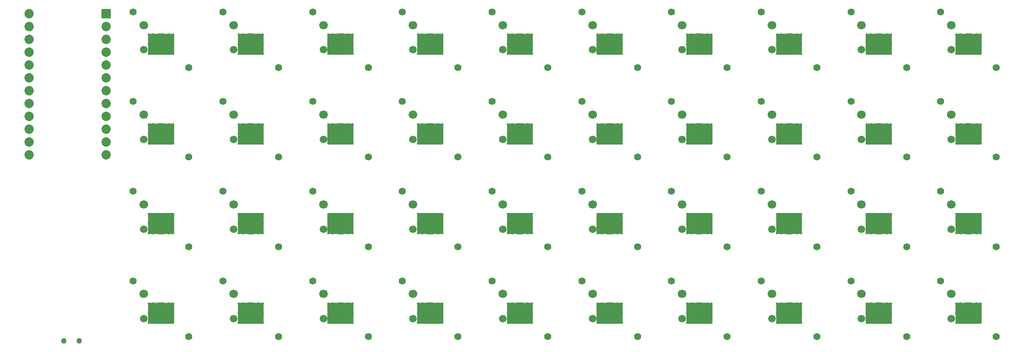
<source format=gbr>
%TF.GenerationSoftware,KiCad,Pcbnew,(6.0.4)*%
%TF.CreationDate,2022-11-13T15:40:53-05:00*%
%TF.ProjectId,crepe,63726570-652e-46b6-9963-61645f706362,v1.0.0*%
%TF.SameCoordinates,Original*%
%TF.FileFunction,Soldermask,Bot*%
%TF.FilePolarity,Negative*%
%FSLAX46Y46*%
G04 Gerber Fmt 4.6, Leading zero omitted, Abs format (unit mm)*
G04 Created by KiCad (PCBNEW (6.0.4)) date 2022-11-13 15:40:53*
%MOMM*%
%LPD*%
G01*
G04 APERTURE LIST*
G04 Aperture macros list*
%AMRoundRect*
0 Rectangle with rounded corners*
0 $1 Rounding radius*
0 $2 $3 $4 $5 $6 $7 $8 $9 X,Y pos of 4 corners*
0 Add a 4 corners polygon primitive as box body*
4,1,4,$2,$3,$4,$5,$6,$7,$8,$9,$2,$3,0*
0 Add four circle primitives for the rounded corners*
1,1,$1+$1,$2,$3*
1,1,$1+$1,$4,$5*
1,1,$1+$1,$6,$7*
1,1,$1+$1,$8,$9*
0 Add four rect primitives between the rounded corners*
20,1,$1+$1,$2,$3,$4,$5,0*
20,1,$1+$1,$4,$5,$6,$7,0*
20,1,$1+$1,$6,$7,$8,$9,0*
20,1,$1+$1,$8,$9,$2,$3,0*%
G04 Aperture macros list end*
%ADD10O,0.400000X4.200000*%
%ADD11O,5.200000X0.400000*%
%ADD12O,2.100000X4.200000*%
%ADD13C,1.400000*%
%ADD14O,5.200000X4.200000*%
%ADD15C,1.700000*%
%ADD16C,1.500000*%
%ADD17RoundRect,0.050000X-0.876300X-0.876300X0.876300X-0.876300X0.876300X0.876300X-0.876300X0.876300X0*%
%ADD18C,1.852600*%
%ADD19C,1.100000*%
G04 APERTURE END LIST*
D10*
%TO.C,S1*%
X15350000Y-912500D03*
D11*
X17750000Y-2812500D03*
D12*
X16200000Y-912500D03*
D13*
X23249992Y-5512336D03*
D11*
X17750000Y987500D03*
D14*
X17750000Y-912500D03*
D12*
X19300000Y-912500D03*
D10*
X20150000Y-912500D03*
D13*
X12249992Y5487664D03*
D15*
X14349992Y2887664D03*
D16*
X14349992Y-2012336D03*
%TD*%
D10*
%TO.C,S2*%
X15350000Y16837500D03*
D11*
X17750000Y14937500D03*
D12*
X16200000Y16837500D03*
D13*
X23249992Y12237664D03*
D11*
X17750000Y18737500D03*
D14*
X17750000Y16837500D03*
D12*
X19300000Y16837500D03*
D10*
X20150000Y16837500D03*
D13*
X12249992Y23237664D03*
D15*
X14349992Y20637664D03*
D16*
X14349992Y15737664D03*
%TD*%
D10*
%TO.C,S3*%
X15350000Y34587500D03*
D11*
X17750000Y32687500D03*
D12*
X16200000Y34587500D03*
D13*
X23249992Y29987664D03*
D11*
X17750000Y36487500D03*
D14*
X17750000Y34587500D03*
D12*
X19300000Y34587500D03*
D10*
X20150000Y34587500D03*
D13*
X12249992Y40987664D03*
D15*
X14349992Y38387664D03*
D16*
X14349992Y33487664D03*
%TD*%
D10*
%TO.C,S4*%
X15350000Y52337500D03*
D11*
X17750000Y50437500D03*
D12*
X16200000Y52337500D03*
D13*
X23249992Y47737664D03*
D11*
X17750000Y54237500D03*
D14*
X17750000Y52337500D03*
D12*
X19300000Y52337500D03*
D10*
X20150000Y52337500D03*
D13*
X12249992Y58737664D03*
D15*
X14349992Y56137664D03*
D16*
X14349992Y51237664D03*
%TD*%
D10*
%TO.C,S5*%
X33100000Y-912500D03*
D11*
X35500000Y-2812500D03*
D12*
X33950000Y-912500D03*
D13*
X40999992Y-5512336D03*
D11*
X35500000Y987500D03*
D14*
X35500000Y-912500D03*
D12*
X37050000Y-912500D03*
D10*
X37900000Y-912500D03*
D13*
X29999992Y5487664D03*
D15*
X32099992Y2887664D03*
D16*
X32099992Y-2012336D03*
%TD*%
D10*
%TO.C,S6*%
X33100000Y16837500D03*
D11*
X35500000Y14937500D03*
D12*
X33950000Y16837500D03*
D13*
X40999992Y12237664D03*
D11*
X35500000Y18737500D03*
D14*
X35500000Y16837500D03*
D12*
X37050000Y16837500D03*
D10*
X37900000Y16837500D03*
D13*
X29999992Y23237664D03*
D15*
X32099992Y20637664D03*
D16*
X32099992Y15737664D03*
%TD*%
D10*
%TO.C,S7*%
X33100000Y34587500D03*
D11*
X35500000Y32687500D03*
D12*
X33950000Y34587500D03*
D13*
X40999992Y29987664D03*
D11*
X35500000Y36487500D03*
D14*
X35500000Y34587500D03*
D12*
X37050000Y34587500D03*
D10*
X37900000Y34587500D03*
D13*
X29999992Y40987664D03*
D15*
X32099992Y38387664D03*
D16*
X32099992Y33487664D03*
%TD*%
D10*
%TO.C,S8*%
X33100000Y52337500D03*
D11*
X35500000Y50437500D03*
D12*
X33950000Y52337500D03*
D13*
X40999992Y47737664D03*
D11*
X35500000Y54237500D03*
D14*
X35500000Y52337500D03*
D12*
X37050000Y52337500D03*
D10*
X37900000Y52337500D03*
D13*
X29999992Y58737664D03*
D15*
X32099992Y56137664D03*
D16*
X32099992Y51237664D03*
%TD*%
D10*
%TO.C,S9*%
X50850000Y-912500D03*
D11*
X53250000Y-2812500D03*
D12*
X51700000Y-912500D03*
D13*
X58749992Y-5512336D03*
D11*
X53250000Y987500D03*
D14*
X53250000Y-912500D03*
D12*
X54800000Y-912500D03*
D10*
X55650000Y-912500D03*
D13*
X47749992Y5487664D03*
D15*
X49849992Y2887664D03*
D16*
X49849992Y-2012336D03*
%TD*%
D10*
%TO.C,S10*%
X50850000Y16837500D03*
D11*
X53250000Y14937500D03*
D12*
X51700000Y16837500D03*
D13*
X58749992Y12237664D03*
D11*
X53250000Y18737500D03*
D14*
X53250000Y16837500D03*
D12*
X54800000Y16837500D03*
D10*
X55650000Y16837500D03*
D13*
X47749992Y23237664D03*
D15*
X49849992Y20637664D03*
D16*
X49849992Y15737664D03*
%TD*%
D10*
%TO.C,S11*%
X50850000Y34587500D03*
D11*
X53250000Y32687500D03*
D12*
X51700000Y34587500D03*
D13*
X58749992Y29987664D03*
D11*
X53250000Y36487500D03*
D14*
X53250000Y34587500D03*
D12*
X54800000Y34587500D03*
D10*
X55650000Y34587500D03*
D13*
X47749992Y40987664D03*
D15*
X49849992Y38387664D03*
D16*
X49849992Y33487664D03*
%TD*%
D10*
%TO.C,S12*%
X50850000Y52337500D03*
D11*
X53250000Y50437500D03*
D12*
X51700000Y52337500D03*
D13*
X58749992Y47737664D03*
D11*
X53250000Y54237500D03*
D14*
X53250000Y52337500D03*
D12*
X54800000Y52337500D03*
D10*
X55650000Y52337500D03*
D13*
X47749992Y58737664D03*
D15*
X49849992Y56137664D03*
D16*
X49849992Y51237664D03*
%TD*%
D10*
%TO.C,S13*%
X68600000Y-912500D03*
D11*
X71000000Y-2812500D03*
D12*
X69450000Y-912500D03*
D13*
X76499992Y-5512336D03*
D11*
X71000000Y987500D03*
D14*
X71000000Y-912500D03*
D12*
X72550000Y-912500D03*
D10*
X73400000Y-912500D03*
D13*
X65499992Y5487664D03*
D15*
X67599992Y2887664D03*
D16*
X67599992Y-2012336D03*
%TD*%
D10*
%TO.C,S14*%
X68600000Y16837500D03*
D11*
X71000000Y14937500D03*
D12*
X69450000Y16837500D03*
D13*
X76499992Y12237664D03*
D11*
X71000000Y18737500D03*
D14*
X71000000Y16837500D03*
D12*
X72550000Y16837500D03*
D10*
X73400000Y16837500D03*
D13*
X65499992Y23237664D03*
D15*
X67599992Y20637664D03*
D16*
X67599992Y15737664D03*
%TD*%
D10*
%TO.C,S15*%
X68600000Y34587500D03*
D11*
X71000000Y32687500D03*
D12*
X69450000Y34587500D03*
D13*
X76499992Y29987664D03*
D11*
X71000000Y36487500D03*
D14*
X71000000Y34587500D03*
D12*
X72550000Y34587500D03*
D10*
X73400000Y34587500D03*
D13*
X65499992Y40987664D03*
D15*
X67599992Y38387664D03*
D16*
X67599992Y33487664D03*
%TD*%
D10*
%TO.C,S16*%
X68600000Y52337500D03*
D11*
X71000000Y50437500D03*
D12*
X69450000Y52337500D03*
D13*
X76499992Y47737664D03*
D11*
X71000000Y54237500D03*
D14*
X71000000Y52337500D03*
D12*
X72550000Y52337500D03*
D10*
X73400000Y52337500D03*
D13*
X65499992Y58737664D03*
D15*
X67599992Y56137664D03*
D16*
X67599992Y51237664D03*
%TD*%
D10*
%TO.C,S17*%
X86350000Y-912500D03*
D11*
X88750000Y-2812500D03*
D12*
X87200000Y-912500D03*
D13*
X94249992Y-5512336D03*
D11*
X88750000Y987500D03*
D14*
X88750000Y-912500D03*
D12*
X90300000Y-912500D03*
D10*
X91150000Y-912500D03*
D13*
X83249992Y5487664D03*
D15*
X85349992Y2887664D03*
D16*
X85349992Y-2012336D03*
%TD*%
D10*
%TO.C,S18*%
X86350000Y16837500D03*
D11*
X88750000Y14937500D03*
D12*
X87200000Y16837500D03*
D13*
X94249992Y12237664D03*
D11*
X88750000Y18737500D03*
D14*
X88750000Y16837500D03*
D12*
X90300000Y16837500D03*
D10*
X91150000Y16837500D03*
D13*
X83249992Y23237664D03*
D15*
X85349992Y20637664D03*
D16*
X85349992Y15737664D03*
%TD*%
D10*
%TO.C,S19*%
X86350000Y34587500D03*
D11*
X88750000Y32687500D03*
D12*
X87200000Y34587500D03*
D13*
X94249992Y29987664D03*
D11*
X88750000Y36487500D03*
D14*
X88750000Y34587500D03*
D12*
X90300000Y34587500D03*
D10*
X91150000Y34587500D03*
D13*
X83249992Y40987664D03*
D15*
X85349992Y38387664D03*
D16*
X85349992Y33487664D03*
%TD*%
D10*
%TO.C,S20*%
X86350000Y52337500D03*
D11*
X88750000Y50437500D03*
D12*
X87200000Y52337500D03*
D13*
X94249992Y47737664D03*
D11*
X88750000Y54237500D03*
D14*
X88750000Y52337500D03*
D12*
X90300000Y52337500D03*
D10*
X91150000Y52337500D03*
D13*
X83249992Y58737664D03*
D15*
X85349992Y56137664D03*
D16*
X85349992Y51237664D03*
%TD*%
D10*
%TO.C,S21*%
X175100000Y-912500D03*
D11*
X177500000Y-2812500D03*
D12*
X175950000Y-912500D03*
D13*
X182999992Y-5512336D03*
D11*
X177500000Y987500D03*
D14*
X177500000Y-912500D03*
D12*
X179050000Y-912500D03*
D10*
X179900000Y-912500D03*
D13*
X171999992Y5487664D03*
D15*
X174099992Y2887664D03*
D16*
X174099992Y-2012336D03*
%TD*%
D10*
%TO.C,S22*%
X175100000Y16837500D03*
D11*
X177500000Y14937500D03*
D12*
X175950000Y16837500D03*
D13*
X182999992Y12237664D03*
D11*
X177500000Y18737500D03*
D14*
X177500000Y16837500D03*
D12*
X179050000Y16837500D03*
D10*
X179900000Y16837500D03*
D13*
X171999992Y23237664D03*
D15*
X174099992Y20637664D03*
D16*
X174099992Y15737664D03*
%TD*%
D10*
%TO.C,S23*%
X175100000Y34587500D03*
D11*
X177500000Y32687500D03*
D12*
X175950000Y34587500D03*
D13*
X182999992Y29987664D03*
D11*
X177500000Y36487500D03*
D14*
X177500000Y34587500D03*
D12*
X179050000Y34587500D03*
D10*
X179900000Y34587500D03*
D13*
X171999992Y40987664D03*
D15*
X174099992Y38387664D03*
D16*
X174099992Y33487664D03*
%TD*%
D10*
%TO.C,S24*%
X175100000Y52337500D03*
D11*
X177500000Y50437500D03*
D12*
X175950000Y52337500D03*
D13*
X182999992Y47737664D03*
D11*
X177500000Y54237500D03*
D14*
X177500000Y52337500D03*
D12*
X179050000Y52337500D03*
D10*
X179900000Y52337500D03*
D13*
X171999992Y58737664D03*
D15*
X174099992Y56137664D03*
D16*
X174099992Y51237664D03*
%TD*%
D10*
%TO.C,S25*%
X157350000Y-912500D03*
D11*
X159750000Y-2812500D03*
D12*
X158200000Y-912500D03*
D13*
X165249992Y-5512336D03*
D11*
X159750000Y987500D03*
D14*
X159750000Y-912500D03*
D12*
X161300000Y-912500D03*
D10*
X162150000Y-912500D03*
D13*
X154249992Y5487664D03*
D15*
X156349992Y2887664D03*
D16*
X156349992Y-2012336D03*
%TD*%
D10*
%TO.C,S26*%
X157350000Y16837500D03*
D11*
X159750000Y14937500D03*
D12*
X158200000Y16837500D03*
D13*
X165249992Y12237664D03*
D11*
X159750000Y18737500D03*
D14*
X159750000Y16837500D03*
D12*
X161300000Y16837500D03*
D10*
X162150000Y16837500D03*
D13*
X154249992Y23237664D03*
D15*
X156349992Y20637664D03*
D16*
X156349992Y15737664D03*
%TD*%
D10*
%TO.C,S27*%
X157350000Y34587500D03*
D11*
X159750000Y32687500D03*
D12*
X158200000Y34587500D03*
D13*
X165249992Y29987664D03*
D11*
X159750000Y36487500D03*
D14*
X159750000Y34587500D03*
D12*
X161300000Y34587500D03*
D10*
X162150000Y34587500D03*
D13*
X154249992Y40987664D03*
D15*
X156349992Y38387664D03*
D16*
X156349992Y33487664D03*
%TD*%
D10*
%TO.C,S28*%
X157350000Y52337500D03*
D11*
X159750000Y50437500D03*
D12*
X158200000Y52337500D03*
D13*
X165249992Y47737664D03*
D11*
X159750000Y54237500D03*
D14*
X159750000Y52337500D03*
D12*
X161300000Y52337500D03*
D10*
X162150000Y52337500D03*
D13*
X154249992Y58737664D03*
D15*
X156349992Y56137664D03*
D16*
X156349992Y51237664D03*
%TD*%
D10*
%TO.C,S29*%
X139600000Y-912500D03*
D11*
X142000000Y-2812500D03*
D12*
X140450000Y-912500D03*
D13*
X147499992Y-5512336D03*
D11*
X142000000Y987500D03*
D14*
X142000000Y-912500D03*
D12*
X143550000Y-912500D03*
D10*
X144400000Y-912500D03*
D13*
X136499992Y5487664D03*
D15*
X138599992Y2887664D03*
D16*
X138599992Y-2012336D03*
%TD*%
D10*
%TO.C,S30*%
X139600000Y16837500D03*
D11*
X142000000Y14937500D03*
D12*
X140450000Y16837500D03*
D13*
X147499992Y12237664D03*
D11*
X142000000Y18737500D03*
D14*
X142000000Y16837500D03*
D12*
X143550000Y16837500D03*
D10*
X144400000Y16837500D03*
D13*
X136499992Y23237664D03*
D15*
X138599992Y20637664D03*
D16*
X138599992Y15737664D03*
%TD*%
D10*
%TO.C,S31*%
X139600000Y34587500D03*
D11*
X142000000Y32687500D03*
D12*
X140450000Y34587500D03*
D13*
X147499992Y29987664D03*
D11*
X142000000Y36487500D03*
D14*
X142000000Y34587500D03*
D12*
X143550000Y34587500D03*
D10*
X144400000Y34587500D03*
D13*
X136499992Y40987664D03*
D15*
X138599992Y38387664D03*
D16*
X138599992Y33487664D03*
%TD*%
D10*
%TO.C,S32*%
X139600000Y52337500D03*
D11*
X142000000Y50437500D03*
D12*
X140450000Y52337500D03*
D13*
X147499992Y47737664D03*
D11*
X142000000Y54237500D03*
D14*
X142000000Y52337500D03*
D12*
X143550000Y52337500D03*
D10*
X144400000Y52337500D03*
D13*
X136499992Y58737664D03*
D15*
X138599992Y56137664D03*
D16*
X138599992Y51237664D03*
%TD*%
D10*
%TO.C,S33*%
X121850000Y-912500D03*
D11*
X124250000Y-2812500D03*
D12*
X122700000Y-912500D03*
D13*
X129749992Y-5512336D03*
D11*
X124250000Y987500D03*
D14*
X124250000Y-912500D03*
D12*
X125800000Y-912500D03*
D10*
X126650000Y-912500D03*
D13*
X118749992Y5487664D03*
D15*
X120849992Y2887664D03*
D16*
X120849992Y-2012336D03*
%TD*%
D10*
%TO.C,S34*%
X121850000Y16837500D03*
D11*
X124250000Y14937500D03*
D12*
X122700000Y16837500D03*
D13*
X129749992Y12237664D03*
D11*
X124250000Y18737500D03*
D14*
X124250000Y16837500D03*
D12*
X125800000Y16837500D03*
D10*
X126650000Y16837500D03*
D13*
X118749992Y23237664D03*
D15*
X120849992Y20637664D03*
D16*
X120849992Y15737664D03*
%TD*%
D10*
%TO.C,S35*%
X121850000Y34587500D03*
D11*
X124250000Y32687500D03*
D12*
X122700000Y34587500D03*
D13*
X129749992Y29987664D03*
D11*
X124250000Y36487500D03*
D14*
X124250000Y34587500D03*
D12*
X125800000Y34587500D03*
D10*
X126650000Y34587500D03*
D13*
X118749992Y40987664D03*
D15*
X120849992Y38387664D03*
D16*
X120849992Y33487664D03*
%TD*%
D10*
%TO.C,S36*%
X121850000Y52337500D03*
D11*
X124250000Y50437500D03*
D12*
X122700000Y52337500D03*
D13*
X129749992Y47737664D03*
D11*
X124250000Y54237500D03*
D14*
X124250000Y52337500D03*
D12*
X125800000Y52337500D03*
D10*
X126650000Y52337500D03*
D13*
X118749992Y58737664D03*
D15*
X120849992Y56137664D03*
D16*
X120849992Y51237664D03*
%TD*%
D10*
%TO.C,S37*%
X104100000Y-912500D03*
D11*
X106500000Y-2812500D03*
D12*
X104950000Y-912500D03*
D13*
X111999992Y-5512336D03*
D11*
X106500000Y987500D03*
D14*
X106500000Y-912500D03*
D12*
X108050000Y-912500D03*
D10*
X108900000Y-912500D03*
D13*
X100999992Y5487664D03*
D15*
X103099992Y2887664D03*
D16*
X103099992Y-2012336D03*
%TD*%
D10*
%TO.C,S38*%
X104100000Y16837500D03*
D11*
X106500000Y14937500D03*
D12*
X104950000Y16837500D03*
D13*
X111999992Y12237664D03*
D11*
X106500000Y18737500D03*
D14*
X106500000Y16837500D03*
D12*
X108050000Y16837500D03*
D10*
X108900000Y16837500D03*
D13*
X100999992Y23237664D03*
D15*
X103099992Y20637664D03*
D16*
X103099992Y15737664D03*
%TD*%
D10*
%TO.C,S39*%
X104100000Y34587500D03*
D11*
X106500000Y32687500D03*
D12*
X104950000Y34587500D03*
D13*
X111999992Y29987664D03*
D11*
X106500000Y36487500D03*
D14*
X106500000Y34587500D03*
D12*
X108050000Y34587500D03*
D10*
X108900000Y34587500D03*
D13*
X100999992Y40987664D03*
D15*
X103099992Y38387664D03*
D16*
X103099992Y33487664D03*
%TD*%
D10*
%TO.C,S40*%
X104100000Y52337500D03*
D11*
X106500000Y50437500D03*
D12*
X104950000Y52337500D03*
D13*
X111999992Y47737664D03*
D11*
X106500000Y54237500D03*
D14*
X106500000Y52337500D03*
D12*
X108050000Y52337500D03*
D10*
X108900000Y52337500D03*
D13*
X100999992Y58737664D03*
D15*
X103099992Y56137664D03*
D16*
X103099992Y51237664D03*
%TD*%
D17*
%TO.C,*%
X6870000Y58345000D03*
D18*
X6870000Y55805000D03*
X6870000Y53265000D03*
X6870000Y50725000D03*
X6870000Y48185000D03*
X6870000Y45645000D03*
X6870000Y43105000D03*
X6870000Y40565000D03*
X6870000Y38025000D03*
X6870000Y35485000D03*
X6870000Y32945000D03*
X6870000Y30405000D03*
X-8370000Y30405000D03*
X-8370000Y32945000D03*
X-8370000Y35485000D03*
X-8370000Y38025000D03*
X-8370000Y40565000D03*
X-8370000Y43105000D03*
X-8370000Y45645000D03*
X-8370000Y48185000D03*
X-8370000Y50725000D03*
X-8370000Y53265000D03*
X-8370000Y55805000D03*
X-8370000Y58345000D03*
%TD*%
D19*
%TO.C,T1*%
X-1500000Y-6375000D03*
X1500000Y-6375000D03*
%TD*%
M02*

</source>
